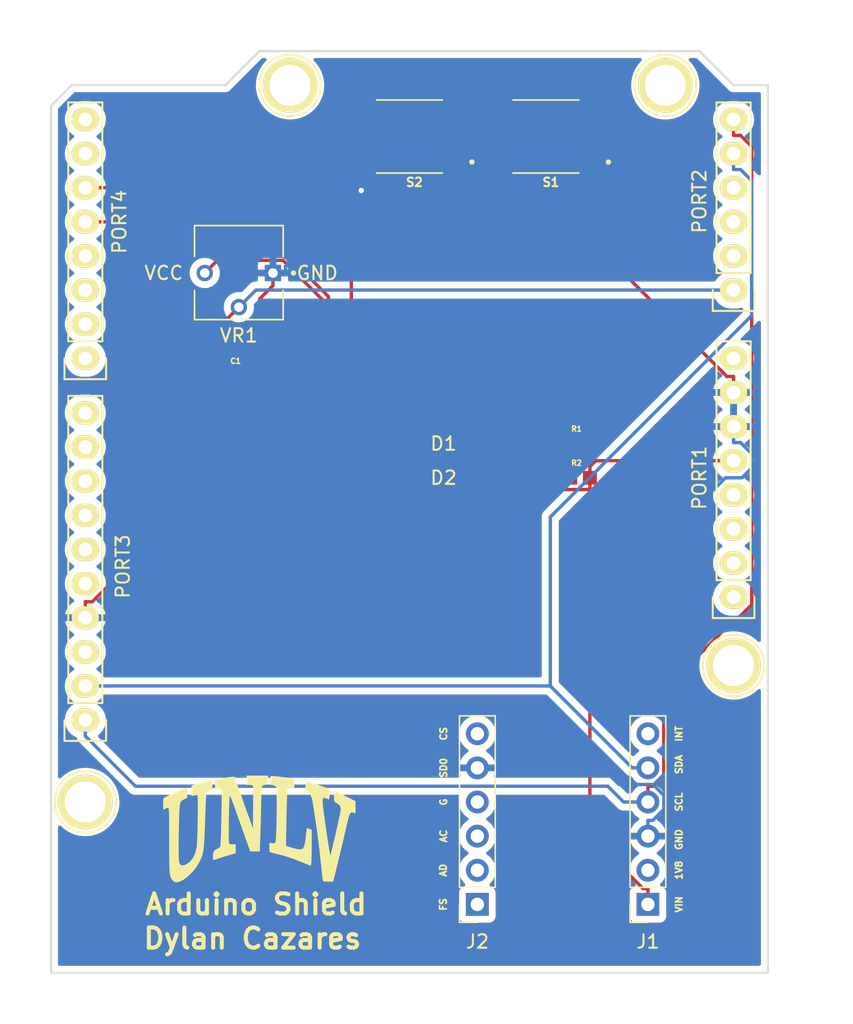
<source format=kicad_pcb>
(kicad_pcb (version 20211014) (generator pcbnew)
  (title_block (date "lun. 30 mars 2015"))
  (layers (0 "F.Cu" signal) (31 "B.Cu" signal) (34 "B.Paste" user) (35 "F.Paste" user) (36 "B.SilkS" user "B.Silkscreen") (37 "F.SilkS" user "F.Silkscreen") (38 "B.Mask" user) (39 "F.Mask" user) (44 "Edge.Cuts" user))
  (net 0 "")
  (net 1 "+5V")
  (net 2 "GND")
  (net 3 "/A0")
  (net 4 "/A4(SDA)")
  (net 5 "/A5(SCL)")
  (net 6 "/3(**)")
  (net 7 "/2")
  (net 8 "Net-(D1-Pad2)")
  (net 9 "Net-(D2-Pad2)")
  (net 21 "/Vin")
  (net 22 "/Reset")
  (net 23 "/IOREF")
  (net 24 "/AREF")
  (net 25 "/A3")
  (net 26 "/A2")
  (net 27 "/A1")
  (net 28 "/9(**)")
  (net 29 "/8")
  (net 30 "/7")
  (net 31 "/6(**)")
  (net 32 "/5(**)")
  (net 33 "/4")
  (net 34 "/13(SCK)")
  (net 35 "/12(MISO)")
  (net 36 "/11(**{slash}MOSI)")
  (net 37 "/10(**{slash}SS)")
  (net 38 "/1(Tx)")
  (net 39 "/0(Rx)")
  (net 40 "+3V3")
  (footprint "Socket_Arduino_Uno:Socket_Strip_Arduino_1x08" (layer "F.Cu") (at 180.848 109.855 90)
    (fp_text reference "PORT1" (at 8.89 -2.54 90) (layer "F.SilkS"))
    (fp_text value "Power")
    (fp_line (start 19.05 1.27) (end 19.05 -1.27) (layer "F.SilkS") (width 0.15))
    (fp_line (start 1.27 1.27) (end 19.05 1.27) (layer "F.SilkS") (width 0.15))
    (fp_line (start 19.05 -1.27) (end 1.27 -1.27) (layer "F.SilkS") (width 0.15))
    (fp_line (start 0 -1.55) (end -1.55 -1.55) (layer "F.SilkS") (width 0.15))
    (fp_line (start -1.55 -1.55) (end -1.55 1.55) (layer "F.SilkS") (width 0.15))
    (fp_line (start -1.55 1.55) (end 0 1.55) (layer "F.SilkS") (width 0.15))
    (fp_line (start 1.27 1.27) (end 1.27 -1.27) (layer "F.SilkS") (width 0.15))
    (pad "1" thru_hole oval locked (at 0 0 90) (size 1.7272 2.032) (drill 1.016) (layers *.Cu *.Mask "F.SilkS"))
    (pad "2" thru_hole oval locked (at 2.54 0 90) (size 1.7272 2.032) (drill 1.016) (layers *.Cu *.Mask "F.SilkS") (net 23 "/IOREF"))
    (pad "3" thru_hole oval locked (at 5.08 0 90) (size 1.7272 2.032) (drill 1.016) (layers *.Cu *.Mask "F.SilkS") (net 22 "/Reset"))
    (pad "4" thru_hole oval locked (at 7.62 0 90) (size 1.7272 2.032) (drill 1.016) (layers *.Cu *.Mask "F.SilkS") (net 40 "+3V3"))
    (pad "5" thru_hole oval locked (at 10.16 0 90) (size 1.7272 2.032) (drill 1.016) (layers *.Cu *.Mask "F.SilkS") (net 1 "+5V"))
    (pad "6" thru_hole oval locked (at 12.7 0 90) (size 1.7272 2.032) (drill 1.016) (layers *.Cu *.Mask "F.SilkS") (net 2 "GND"))
    (pad "7" thru_hole oval locked (at 15.24 0 90) (size 1.7272 2.032) (drill 1.016) (layers *.Cu *.Mask "F.SilkS") (net 2 "GND"))
    (pad "8" thru_hole oval locked (at 17.78 0 90) (size 1.7272 2.032) (drill 1.016) (layers *.Cu *.Mask "F.SilkS") (net 21 "/Vin"))
  )
  (footprint "Socket_Arduino_Uno:Socket_Strip_Arduino_1x06" (layer "F.Cu") (at 180.848 86.995 90)
    (fp_text reference "PORT2" (at 6.604 -2.54 90) (layer "F.SilkS"))
    (fp_text value "Analog")
    (fp_line (start 1.27 1.27) (end 1.27 -1.27) (layer "F.SilkS") (width 0.15))
    (fp_line (start 0 -1.55) (end -1.55 -1.55) (layer "F.SilkS") (width 0.15))
    (fp_line (start 13.97 -1.27) (end 1.27 -1.27) (layer "F.SilkS") (width 0.15))
    (fp_line (start 1.27 1.27) (end 13.97 1.27) (layer "F.SilkS") (width 0.15))
    (fp_line (start 13.97 1.27) (end 13.97 -1.27) (layer "F.SilkS") (width 0.15))
    (fp_line (start -1.55 -1.55) (end -1.55 1.55) (layer "F.SilkS") (width 0.15))
    (fp_line (start -1.55 1.55) (end 0 1.55) (layer "F.SilkS") (width 0.15))
    (pad "1" thru_hole oval locked (at 0 0 90) (size 1.7272 2.032) (drill 1.016) (layers *.Cu *.Mask "F.SilkS") (net 3 "/A0"))
    (pad "2" thru_hole oval locked (at 2.54 0 90) (size 1.7272 2.032) (drill 1.016) (layers *.Cu *.Mask "F.SilkS") (net 27 "/A1"))
    (pad "3" thru_hole oval locked (at 5.08 0 90) (size 1.7272 2.032) (drill 1.016) (layers *.Cu *.Mask "F.SilkS") (net 26 "/A2"))
    (pad "4" thru_hole oval locked (at 7.62 0 90) (size 1.7272 2.032) (drill 1.016) (layers *.Cu *.Mask "F.SilkS") (net 25 "/A3"))
    (pad "5" thru_hole oval locked (at 10.16 0 90) (size 1.7272 2.032) (drill 1.016) (layers *.Cu *.Mask "F.SilkS") (net 4 "/A4(SDA)"))
    (pad "6" thru_hole oval locked (at 12.7 0 90) (size 1.7272 2.032) (drill 1.016) (layers *.Cu *.Mask "F.SilkS") (net 5 "/A5(SCL)"))
  )
  (footprint "Socket_Arduino_Uno:Socket_Strip_Arduino_1x10" (layer "F.Cu") (at 132.588 118.999 90)
    (fp_text reference "PORT3" (at 11.43 2.794 90) (layer "F.SilkS"))
    (fp_text value "Digital")
    (fp_line (start -1.55 -1.55) (end -1.55 1.55) (layer "F.SilkS") (width 0.15))
    (fp_line (start 1.27 1.27) (end 24.13 1.27) (layer "F.SilkS") (width 0.15))
    (fp_line (start 24.13 1.27) (end 24.13 -1.27) (layer "F.SilkS") (width 0.15))
    (fp_line (start 24.13 -1.27) (end 1.27 -1.27) (layer "F.SilkS") (width 0.15))
    (fp_line (start 0 -1.55) (end -1.55 -1.55) (layer "F.SilkS") (width 0.15))
    (fp_line (start -1.55 1.55) (end 0 1.55) (layer "F.SilkS") (width 0.15))
    (fp_line (start 1.27 1.27) (end 1.27 -1.27) (layer "F.SilkS") (width 0.15))
    (pad "1" thru_hole oval locked (at 0 0 90) (size 1.7272 2.032) (drill 1.016) (layers *.Cu *.Mask "F.SilkS") (net 5 "/A5(SCL)"))
    (pad "2" thru_hole oval locked (at 2.54 0 90) (size 1.7272 2.032) (drill 1.016) (layers *.Cu *.Mask "F.SilkS") (net 4 "/A4(SDA)"))
    (pad "3" thru_hole oval locked (at 5.08 0 90) (size 1.7272 2.032) (drill 1.016) (layers *.Cu *.Mask "F.SilkS") (net 24 "/AREF"))
    (pad "4" thru_hole oval locked (at 7.62 0 90) (size 1.7272 2.032) (drill 1.016) (layers *.Cu *.Mask "F.SilkS") (net 2 "GND"))
    (pad "5" thru_hole oval locked (at 10.16 0 90) (size 1.7272 2.032) (drill 1.016) (layers *.Cu *.Mask "F.SilkS") (net 34 "/13(SCK)"))
    (pad "6" thru_hole oval locked (at 12.7 0 90) (size 1.7272 2.032) (drill 1.016) (layers *.Cu *.Mask "F.SilkS") (net 35 "/12(MISO)"))
    (pad "7" thru_hole oval locked (at 15.24 0 90) (size 1.7272 2.032) (drill 1.016) (layers *.Cu *.Mask "F.SilkS") (net 36 "/11(**{slash}MOSI)"))
    (pad "8" thru_hole oval locked (at 17.78 0 90) (size 1.7272 2.032) (drill 1.016) (layers *.Cu *.Mask "F.SilkS") (net 37 "/10(**{slash}SS)"))
    (pad "9" thru_hole oval locked (at 20.32 0 90) (size 1.7272 2.032) (drill 1.016) (layers *.Cu *.Mask "F.SilkS") (net 28 "/9(**)"))
    (pad "10" thru_hole oval locked (at 22.86 0 90) (size 1.7272 2.032) (drill 1.016) (layers *.Cu *.Mask "F.SilkS") (net 29 "/8"))
  )
  (footprint "Socket_Arduino_Uno:Socket_Strip_Arduino_1x08" (layer "F.Cu") (at 132.588 92.075 90)
    (fp_text reference "PORT4" (at 10.16 2.54 90) (layer "F.SilkS"))
    (fp_text value "Digital")
    (fp_line (start 19.05 -1.27) (end 1.27 -1.27) (layer "F.SilkS") (width 0.15))
    (fp_line (start -1.55 1.55) (end 0 1.55) (layer "F.SilkS") (width 0.15))
    (fp_line (start 1.27 1.27) (end 19.05 1.27) (layer "F.SilkS") (width 0.15))
    (fp_line (start 1.27 1.27) (end 1.27 -1.27) (layer "F.SilkS") (width 0.15))
    (fp_line (start 0 -1.55) (end -1.55 -1.55) (layer "F.SilkS") (width 0.15))
    (fp_line (start 19.05 1.27) (end 19.05 -1.27) (layer "F.SilkS") (width 0.15))
    (fp_line (start -1.55 -1.55) (end -1.55 1.55) (layer "F.SilkS") (width 0.15))
    (pad "1" thru_hole oval locked (at 0 0 90) (size 1.7272 2.032) (drill 1.016) (layers *.Cu *.Mask "F.SilkS") (net 30 "/7"))
    (pad "2" thru_hole oval locked (at 2.54 0 90) (size 1.7272 2.032) (drill 1.016) (layers *.Cu *.Mask "F.SilkS") (net 31 "/6(**)"))
    (pad "3" thru_hole oval locked (at 5.08 0 90) (size 1.7272 2.032) (drill 1.016) (layers *.Cu *.Mask "F.SilkS") (net 32 "/5(**)"))
    (pad "4" thru_hole oval locked (at 7.62 0 90) (size 1.7272 2.032) (drill 1.016) (layers *.Cu *.Mask "F.SilkS") (net 33 "/4"))
    (pad "5" thru_hole oval locked (at 10.16 0 90) (size 1.7272 2.032) (drill 1.016) (layers *.Cu *.Mask "F.SilkS") (net 6 "/3(**)"))
    (pad "6" thru_hole oval locked (at 12.7 0 90) (size 1.7272 2.032) (drill 1.016) (layers *.Cu *.Mask "F.SilkS") (net 7 "/2"))
    (pad "7" thru_hole oval locked (at 15.24 0 90) (size 1.7272 2.032) (drill 1.016) (layers *.Cu *.Mask "F.SilkS") (net 38 "/1(Tx)"))
    (pad "8" thru_hole oval locked (at 17.78 0 90) (size 1.7272 2.032) (drill 1.016) (layers *.Cu *.Mask "F.SilkS") (net 39 "/0(Rx)"))
  )
  (footprint "Socket_Arduino_Uno:Arduino_1pin" (layer "F.Cu") (at 180.848 114.935 90)
    (fp_text reference "P5" hide)
    (fp_text value "CONN_01X01" hide)
    (fp_circle (center 0 0) (end 0 -2.286) (layer "F.SilkS") (width 0.15) (fill none))
    (pad "1" thru_hole circle locked (at 0 0 90) (size 4.064 4.064) (drill 3.048) (layers *.Cu *.Mask "F.SilkS"))
  )
  (footprint "Socket_Arduino_Uno:Arduino_1pin" (layer "F.Cu") (at 175.768 71.755 90)
    (fp_text reference "P6" hide)
    (fp_text value "CONN_01X01" hide)
    (fp_circle (center 0 0) (end 0 -2.286) (layer "F.SilkS") (width 0.15) (fill none))
    (pad "1" thru_hole circle locked (at 0 0 90) (size 4.064 4.064) (drill 3.048) (layers *.Cu *.Mask "F.SilkS"))
  )
  (footprint "Socket_Arduino_Uno:Arduino_1pin" (layer "F.Cu") (at 132.588 125.095 90)
    (fp_text reference "P7" hide)
    (fp_text value "CONN_01X01" hide)
    (fp_circle (center 0 0) (end 0 -2.286) (layer "F.SilkS") (width 0.15) (fill none))
    (pad "1" thru_hole circle locked (at 0 0 90) (size 4.064 4.064) (drill 3.048) (layers *.Cu *.Mask "F.SilkS"))
  )
  (footprint "Socket_Arduino_Uno:Arduino_1pin" (layer "F.Cu") (at 147.828 71.755 90)
    (fp_text reference "P8" hide)
    (fp_text value "CONN_01X01" hide)
    (fp_circle (center 0 0) (end 0 -2.286) (layer "F.SilkS") (width 0.15) (fill none))
    (pad "1" thru_hole circle locked (at 0 0 90) (size 4.064 4.064) (drill 3.048) (layers *.Cu *.Mask "F.SilkS"))
  )
  (footprint "Footprints:TRIM_3362P-1-103LF" (layer "F.Cu") (at 144.018 85.725 180)
    (fp_text reference "VR1" (at 0 -4.64779) (layer "F.SilkS") (effects (font (size 1.002756 1.002756))))
    (fp_text value "3362P-1-103LF")
    (fp_line (start -3.3 -1.305) (end -3.3 -3.47) (layer "F.SilkS") (width 0.127))
    (fp_line (start 3.3 3.53) (end -3.3 3.53) (layer "F.SilkS") (width 0.127))
    (fp_line (start 3.3 1.235) (end 3.3 3.52) (layer "F.SilkS") (width 0.127))
    (fp_line (start -3.3 -3.47) (end 3.3 -3.47) (layer "F.SilkS") (width 0.127))
    (fp_line (start -3.3 3.52) (end -3.3 1.235) (layer "F.SilkS") (width 0.127))
    (fp_line (start 3.3 -3.47) (end 3.3 -1.305) (layer "F.SilkS") (width 0.127))
    (fp_circle (center -4.064 0) (end -3.964 0) (layer "F.SilkS") (width 0.2) (fill none))
    (pad "1" thru_hole rect locked (at -2.54 0 180) (size 1.222 1.222) (drill 0.714) (layers *.Cu *.Mask) (net 2 "GND"))
    (pad "2" thru_hole circle locked (at 0 -2.54 180) (size 1.222 1.222) (drill 0.714) (layers *.Cu *.Mask) (net 3 "/A0"))
    (pad "3" thru_hole circle locked (at 2.54 0 180) (size 1.222 1.222) (drill 0.714) (layers *.Cu *.Mask) (net 1 "+5V"))
  )
  (footprint "Footprints:CAPC1608X90N" (layer "F.Cu") (at 144.018 93.345)
    (fp_text reference "C1" (at -0.24 -1.07) (layer "F.SilkS") (effects (font (size 0.393701 0.393701))))
    (fp_text value "0.1uF")
    (pad "1" smd rect locked (at -0.775 0) (size 0.92 0.97) (layers "F.Cu" "F.Paste" "F.Mask") (net 3 "/A0"))
    (pad "2" smd rect locked (at 0.775 0) (size 0.92 0.97) (layers "F.Cu" "F.Paste" "F.Mask") (net 2 "GND"))
  )
  (footprint "Footprints:RESC1607X60N" (layer "F.Cu") (at 169.418 98.425)
    (fp_text reference "R1" (at -0.26 -1.1) (layer "F.SilkS") (effects (font (size 0.393701 0.393701))))
    (fp_text value "RC0603JR-071KL")
    (pad "1" smd rect locked (at -0.735 0) (size 1.04 1.02) (layers "F.Cu" "F.Paste" "F.Mask") (net 8 "Net-(D1-Pad2)"))
    (pad "2" smd rect locked (at 0.735 0) (size 1.04 1.02) (layers "F.Cu" "F.Paste" "F.Mask") (net 1 "+5V"))
  )
  (footprint "Footprints:0603" (layer "F.Cu") (at 161.798 100.965)
    (fp_text reference "D2" (at -2.54 0) (layer "F.SilkS") (effects (font (size 1.002465 1.002465))))
    (fp_text value "LTST-C193TGKT-5A")
    (pad "1" smd rect locked (at -0.85 0) (size 1.1 1) (layers "F.Cu" "F.Paste" "F.Mask") (net 6 "/3(**)"))
    (pad "2" smd rect locked (at 0.85 0) (size 1.1 1) (layers "F.Cu" "F.Paste" "F.Mask") (net 9 "Net-(D2-Pad2)"))
  )
  (footprint "Connector_PinSocket_2.54mm:PinSocket_1x06_P2.54mm_Vertical" (layer "F.Cu") (at 161.773 132.715 180)
    (fp_text reference "J2" (at 0 -2.77) (layer "F.SilkS"))
    (fp_text value "Conn_01x06_Female")
    (fp_line (start 1.33 -1.33) (end 1.33 0) (layer "F.SilkS") (width 0.12))
    (fp_line (start -1.33 14.03) (end 1.33 14.03) (layer "F.SilkS") (width 0.12))
    (fp_line (start 0 -1.33) (end 1.33 -1.33) (layer "F.SilkS") (width 0.12))
    (fp_line (start -1.33 1.27) (end -1.33 14.03) (layer "F.SilkS") (width 0.12))
    (fp_line (start -1.33 1.27) (end 1.33 1.27) (layer "F.SilkS") (width 0.12))
    (fp_line (start 1.33 1.27) (end 1.33 14.03) (layer "F.SilkS") (width 0.12))
    (pad "1" thru_hole rect (at 0 0 180) (size 1.7 1.7) (drill 1) (layers *.Cu *.Mask))
    (pad "2" thru_hole oval (at 0 2.54 180) (size 1.7 1.7) (drill 1) (layers *.Cu *.Mask))
    (pad "3" thru_hole oval (at 0 5.08 180) (size 1.7 1.7) (drill 1) (layers *.Cu *.Mask))
    (pad "4" thru_hole oval (at 0 7.62 180) (size 1.7 1.7) (drill 1) (layers *.Cu *.Mask))
    (pad "5" thru_hole oval (at 0 10.16 180) (size 1.7 1.7) (drill 1) (layers *.Cu *.Mask) (net 2 "GND"))
    (pad "6" thru_hole oval (at 0 12.7 180) (size 1.7 1.7) (drill 1) (layers *.Cu *.Mask))
  )
  (footprint "unlv_logo:unlv_logo_1" (layer "F.Cu") (at 145.542 127.127)
    (fp_text reference "G***" hide)
    (fp_text value "LOGO" hide)
    (fp_poly (pts (xy 0.641047 -3.6625) (xy 0.626233 -3.325) (xy 0.435918 -3.309337) (xy 0.291288 -3.279209) (xy 0.215812 -3.209761) (xy 0.204404 -3.184337) (xy 0.192968 -3.108003) (xy 0.180602 -2.945117) (xy 0.167918 -2.709113) (xy 0.155524 -2.413426) (xy 0.144032 -2.071492) (xy 0.13405 -1.696746) (xy 0.131336 -1.575) (xy 0.121689 -1.142334) (xy 0.110858 -0.692853) (xy 0.099468 -0.250181) (xy 0.088148 0.162059) (xy 0.077522 0.520241) (xy 0.068693 0.7875) (xy 0.037918 1.65) (xy -0.319206 1.64942) (xy -0.676331 1.64884) (xy -1.019907 0.68692) (xy -1.14447 0.337738) (xy -1.290956 -0.073602) (xy -1.447933 -0.514961) (xy -1.603971 -0.954198) (xy -1.747642 -1.359173) (xy -1.769155 -1.419876) (xy -1.901625 -1.789636) (xy -2.006091 -2.071225) (xy -2.085511 -2.27158) (xy -2.142845 -2.397636) (xy -2.181054 -2.456327) (xy -2.203097 -2.454589) (xy -2.206603 -2.444876) (xy -2.216872 -2.358651) (xy -2.22698 -2.187564) (xy -2.236694 -1.946755) (xy -2.245781 -1.651362) (xy -2.254008 -1.316523) (xy -2.261143 -0.957379) (xy -2.266951 -0.589066) (xy -2.2712 -0.226725) (xy -2.273657 0.114506) (xy -2.274088 0.419489) (xy -2.272261 0.673085) (xy -2.267942 0.860155) (xy -2.260899 0.96556) (xy -2.259257 0.975) (xy -2.231963 1.065711) (xy -2.182594 1.10835) (xy -2.080699 1.118958) (xy -1.989863 1.116904) (xy -1.753451 1.108809) (xy -1.753451 1.789044) (xy -2.166765 1.900345) (xy -2.428775 1.975485) (xy -2.722047 2.066493) (xy -2.984084 2.153959) (xy -2.989382 2.155822) (xy -3.17709 2.220835) (xy -3.3268 2.270616) (xy -3.415006 2.297434) (xy -3.427745 2.3) (xy -3.446305 2.25579) (xy -3.455879 2.146181) (xy -3.456253 2.1125) (xy -3.448047 1.870149) (xy -3.418532 1.705063) (xy -3.357815 1.595156) (xy -3.256005 1.518343) (xy -3.17281 1.479666) (xy -3.00817 1.388841) (xy -2.911539 1.286907) (xy -2.903958 1.270376) (xy -2.893504 1.196258) (xy -2.882221 1.033389) (xy -2.87052 0.793009) (xy -2.858812 0.486358) (xy -2.84751 0.124678) (xy -2.837023 -0.280791) (xy -2.827764 -0.718808) (xy -2.82446 -0.902717) (xy -2.815403 -1.425839) (xy -2.808524 -1.857497) (xy -2.805015 -2.206224) (xy -2.806071 -2.48055) (xy -2.812886 -2.689007) (xy -2.826655 -2.840128) (xy -2.848571 -2.942444) (xy -2.879829 -3.004486) (xy -2.921623 -3.034787) (xy -2.975147 -3.041877) (xy -3.041596 -3.034289) (xy -3.12093 -3.02075) (xy -3.311091 -2.990438) (xy -3.281459 -3.725) (xy -2.780473 -3.808536) (xy -2.539675 -3.846674) (xy -2.310222 -3.879535) (xy -2.126782 -3.902299) (xy -2.061206 -3.908536) (xy -1.842925 -3.925) (xy -1.555731 -3.1) (xy -1.448086 -2.792648) (xy -1.316965 -2.421202) (xy -1.172997 -2.015598) (xy -1.026811 -1.605769) (xy -0.889035 -1.221651) (xy -0.872237 -1.175) (xy -0.475936 -0.075) (xy -0.46267 -1.624513) (xy -0.460141 -2.010296) (xy -0.459295 -2.365075) (xy -0.460045 -2.676164) (xy -0.462307 -2.930882) (xy -0.465992 -3.116543) (xy -0.471016 -3.220465) (xy -0.473623 -3.237013) (xy -0.538118 -3.278434) (xy -0.676477 -3.298891) (xy -0.724857 -3.3) (xy -0.951873 -3.3) (xy -0.951873 -4) (xy 0.65586 -4)) (layer "F.SilkS") (width 0) (fill solid))
    (fp_poly (pts (xy 1.048731 -3.959494) (xy 1.252423 -3.942031) (xy 1.504117 -3.917244) (xy 1.78667 -3.886804) (xy 2.082939 -3.852379) (xy 2.317062 -3.823253) (xy 2.605129 -3.786232) (xy 2.605129 -3.062284) (xy 2.380871 -3.087512) (xy 2.239612 -3.097611) (xy 2.163876 -3.077941) (xy 2.120498 -3.016003) (xy 2.107811 -2.984631) (xy 2.096358 -2.907854) (xy 2.084139 -2.742456) (xy 2.071594 -2.499808) (xy 2.059163 -2.191283) (xy 2.047287 -1.828251) (xy 2.036405 -1.422085) (xy 2.026957 -0.984156) (xy 2.023903 -0.815762) (xy 1.988798 1.225) (xy 2.414678 1.365966) (xy 2.675457 1.441365) (xy 2.89694 1.484297) (xy 3.03596 1.490966) (xy 3.175592 1.465289) (xy 3.261071 1.397417) (xy 3.317083 1.3) (xy 3.359631 1.170979) (xy 3.402738 0.96652) (xy 3.441797 0.711047) (xy 3.463256 0.525) (xy 3.487482 0.292047) (xy 3.509029 0.098618) (xy 3.525583 -0.035435) (xy 3.534833 -0.090259) (xy 3.534941 -0.09043) (xy 3.583252 -0.083029) (xy 3.689695 -0.045583) (xy 3.726933 -0.030481) (xy 3.907693 0.044897) (xy 3.903979 1.184948) (xy 3.901426 1.525586) (xy 3.896347 1.843986) (xy 3.889234 2.122625) (xy 3.880576 2.343982) (xy 3.870865 2.490535) (xy 3.866405 2.526681) (xy 3.832545 2.728363) (xy 3.331559 2.511394) (xy 2.5716 2.211387) (xy 1.773355 1.955227) (xy 0.907761 1.733607) (xy 0.889251 1.729393) (xy 0.817183 1.707991) (xy 0.775989 1.668951) (xy 0.757045 1.588428) (xy 0.751726 1.442573) (xy 0.75148 1.348456) (xy 0.75148 0.998818) (xy 0.947094 1.030036) (xy 1.081889 1.042044) (xy 1.156926 1.014773) (xy 1.197886 0.958355) (xy 1.214842 0.878873) (xy 1.230693 0.714288) (xy 1.24526 0.477783) (xy 1.258364 0.182537) (xy 1.269826 -0.158269) (xy 1.279467 -0.531452) (xy 1.287107 -0.923832) (xy 1.292567 -1.322228) (xy 1.295669 -1.71346) (xy 1.296232 -2.084345) (xy 1.294077 -2.421702) (xy 1.289025 -2.712352) (xy 1.280898 -2.943112) (xy 1.269515 -3.100802) (xy 1.254698 -3.17224) (xy 1.254063 -3.173079) (xy 1.164628 -3.231) (xy 1.024924 -3.276154) (xy 0.990093 -3.282696) (xy 0.790831 -3.314497) (xy 0.810981 -3.630329) (xy 0.824761 -3.797009) (xy 0.840725 -3.918636) (xy 0.853929 -3.965769) (xy 0.910185 -3.967964)) (layer "F.SilkS") (width 0) (fill solid))
    (fp_poly (pts (xy 3.524136 -3.57276) (xy 3.648914 -3.535996) (xy 3.831987 -3.478628) (xy 4.055153 -3.406694) (xy 4.300211 -3.326234) (xy 4.54896 -3.243286) (xy 4.783201 -3.163887) (xy 4.984732 -3.094077) (xy 5.135352 -3.039894) (xy 5.216861 -3.007376) (xy 5.22553 -3.002392) (xy 5.240661 -2.937565) (xy 5.243751 -2.800885) (xy 5.234395 -2.61982) (xy 5.231619 -2.587493) (xy 5.197387 -2.21047) (xy 5.022629 -2.283345) (xy 4.876388 -2.334341) (xy 4.782004 -2.333658) (xy 4.730847 -2.269776) (xy 4.714288 -2.131175) (xy 4.723696 -1.906335) (xy 4.725164 -1.886254) (xy 4.739723 -1.736808) (xy 4.765739 -1.517434) (xy 4.801333 -1.240861) (xy 4.844625 -0.91982) (xy 4.893736 -0.567043) (xy 4.946784 -0.19526) (xy 5.001891 0.182798) (xy 5.057175 0.554399) (xy 5.110758 0.906813) (xy 5.160759 1.227309) (xy 5.205297 1.503156) (xy 5.242494 1.721623) (xy 5.270469 1.869979) (xy 5.287342 1.935493) (xy 5.289794 1.937286) (xy 5.306098 1.885169) (xy 5.341287 1.749742) (xy 5.391998 1.545196) (xy 5.454868 1.285723) (xy 5.526535 0.985517) (xy 5.603635 0.65877) (xy 5.682806 0.319674) (xy 5.760685 -0.017577) (xy 5.833909 -0.338792) (xy 5.899116 -0.629777) (xy 5.914014 -0.697242) (xy 5.968946 -0.958769) (xy 6.014638 -1.198942) (xy 6.046889 -1.393972) (xy 6.061498 -1.520073) (xy 6.061933 -1.534742) (xy 6.022336 -1.707827) (xy 5.898068 -1.856193) (xy 5.713907 -1.973625) (xy 5.637885 -2.016888) (xy 5.592447 -2.066097) (xy 5.569725 -2.145829) (xy 5.561849 -2.280658) (xy 5.560947 -2.451285) (xy 5.567353 -2.664651) (xy 5.585549 -2.801369) (xy 5.614007 -2.849998) (xy 5.614262 -2.850001) (xy 5.674768 -2.828375) (xy 5.808398 -2.768522) (xy 5.999188 -2.677976) (xy 6.231171 -2.56427) (xy 6.41584 -2.471737) (xy 7.164103 -2.093473) (xy 7.164103 -1.619978) (xy 7.162979 -1.401142) (xy 7.157075 -1.265781) (xy 7.142595 -1.197371) (xy 7.115743 -1.179391) (xy 7.072722 -1.19532) (xy 7.067199 -1.198241) (xy 6.970683 -1.242978) (xy 6.890448 -1.257625) (xy 6.82172 -1.233092) (xy 6.759726 -1.160288) (xy 6.69969 -1.030123) (xy 6.636838 -0.833504) (xy 6.566397 -0.561342) (xy 6.483592 -0.204544) (xy 6.437931 0) (xy 6.37757 0.266757) (xy 6.29821 0.609121) (xy 6.204934 1.005632) (xy 6.102825 1.434828) (xy 5.996964 1.875247) (xy 5.892434 2.305428) (xy 5.878468 2.3625) (xy 5.50189 3.9) (xy 5.129057 3.9) (xy 4.903534 3.892038) (xy 4.772838 3.867717) (xy 4.734251 3.8375) (xy 4.722586 3.770497) (xy 4.702878 3.620109) (xy 4.67703 3.402457) (xy 4.646944 3.133662) (xy 4.614525 2.829843) (xy 4.608828 2.775) (xy 4.50708 1.83267) (xy 4.402312 0.95059) (xy 4.289593 0.091629) (xy 4.163996 -0.781348) (xy 4.02059 -1.705472) (xy 3.983324 -1.936842) (xy 3.914931 -2.270339) (xy 3.829677 -2.515859) (xy 3.722063 -2.684781) (xy 3.586591 -2.788482) (xy 3.567471 -2.797405) (xy 3.402595 -2.86981) (xy 3.436222 -3.222405) (xy 3.453531 -3.396733) (xy 3.467585 -3.525257) (xy 3.475549 -3.582176) (xy 3.475852 -3.582882)) (layer "F.SilkS") (width 0) (fill solid))
    (fp_poly (pts (xy -3.488074 -3.655772) (xy -3.48305 -3.593829) (xy -3.48562 -3.460917) (xy -3.495227 -3.285739) (xy -3.495299 -3.284694) (xy -3.509836 -3.104398) (xy -3.531352 -2.996879) (xy -3.573727 -2.935151) (xy -3.650839 -2.892226) (xy -3.709447 -2.868308) (xy -3.839379 -2.800352) (xy -3.925325 -2.726103) (xy -3.935759 -2.708615) (xy -3.945141 -2.641639) (xy -3.956783 -2.485876) (xy -3.970153 -2.252504) (xy -3.984722 -1.952698) (xy -3.999956 -1.597633) (xy -4.015324 -1.198486) (xy -4.030295 -0.766431) (xy -4.034853 -0.625) (xy -4.053618 -0.060141) (xy -4.072182 0.41573) (xy -4.092152 0.813608) (xy -4.115136 1.144488) (xy -4.142738 1.419365) (xy -4.176567 1.649235) (xy -4.218228 1.845092) (xy -4.269329 2.017931) (xy -4.331476 2.178749) (xy -4.406276 2.338541) (xy -4.491734 2.501651) (xy -4.683823 2.80869) (xy -4.916657 3.104912) (xy -5.17488 3.376493) (xy -5.443137 3.609607) (xy -5.706075 3.790431) (xy -5.948339 3.905139) (xy -6.086604 3.937601) (xy -6.23621 3.944642) (xy -6.335718 3.912593) (xy -6.432395 3.825953) (xy -6.434712 3.823463) (xy -6.495248 3.754262) (xy -6.546331 3.68199) (xy -6.588762 3.597939) (xy -6.62334 3.493403) (xy -6.650864 3.359673) (xy -6.672135 3.188043) (xy -6.687951 2.969805) (xy -6.699113 2.696252) (xy -6.70642 2.358677) (xy -6.710672 1.948371) (xy -6.712669 1.456629) (xy -6.71321 0.874742) (xy -6.713215 0.790924) (xy -6.71337 0.239873) (xy -6.714048 -0.219492) (xy -6.715562 -0.595484) (xy -6.718229 -0.896415) (xy -6.722362 -1.130599) (xy -6.728278 -1.306349) (xy -6.73629 -1.431978) (xy -6.746715 -1.515799) (xy -6.759867 -1.566126) (xy -6.776062 -1.591272) (xy -6.795615 -1.599549) (xy -6.803836 -1.600001) (xy -6.914813 -1.570769) (xy -6.991706 -1.526591) (xy -7.081107 -1.469038) (xy -7.126528 -1.451591) (xy -7.143613 -1.496967) (xy -7.156635 -1.61932) (xy -7.163523 -1.795645) (xy -7.164102 -1.868878) (xy -7.158176 -2.102729) (xy -7.138787 -2.253023) (xy -7.103522 -2.335596) (xy -7.091009 -2.348299) (xy -7.019775 -2.390393) (xy -6.877586 -2.46213) (xy -6.683062 -2.555126) (xy -6.45482 -2.660997) (xy -6.211476 -2.771358) (xy -5.971649 -2.877826) (xy -5.753955 -2.972015) (xy -5.577013 -3.045542) (xy -5.45944 -3.090022) (xy -5.423175 -3.099398) (xy -5.387984 -3.064247) (xy -5.367698 -2.951145) (xy -5.360602 -2.74987) (xy -5.360552 -2.726017) (xy -5.360552 -2.352033) (xy -5.548422 -2.256337) (xy -5.665583 -2.195217) (xy -5.756221 -2.13718) (xy -5.82419 -2.068947) (xy -5.873344 -1.977241) (xy -5.907535 -1.848782) (xy -5.930619 -1.670293) (xy -5.946448 -1.428495) (xy -5.958876 -1.110109) (xy -5.968403 -0.809205) (xy -5.985524 -0.19587) (xy -5.997588 0.374266) (xy -6.00462 0.893548) (xy -6.006649 1.354319) (xy -6.003701 1.748925) (xy -5.995804 2.069709) (xy -5.982984 2.309015) (xy -5.965269 2.459188) (xy -5.956729 2.49284) (xy -5.868717 2.634443) (xy -5.733415 2.688834) (xy -5.54978 2.656222) (xy -5.424196 2.599375) (xy -5.148268 2.397489) (xy -4.927503 2.116161) (xy -4.765742 1.761832) (xy -4.666824 1.340947) (xy -4.664535 1.325) (xy -4.649764 1.176181) (xy -4.63582 0.953747) (xy -4.622911 0.671317) (xy -4.611249 0.342509) (xy -4.601041 -0.019059) (xy -4.592497 -0.39977) (xy -4.585827 -0.786005) (xy -4.581241 -1.164146) (xy -4.578947 -1.520575) (xy -4.579155 -1.841673) (xy -4.582075 -2.113823) (xy -4.587917 -2.323407) (xy -4.596889 -2.456807) (xy -4.605724 -2.498555) (xy -4.655632 -2.541874) (xy -4.741952 -2.543947) (xy -4.856843 -2.518002) (xy -5.05996 -2.463894) (xy -5.05996 -3.241964) (xy -4.821992 -3.319313) (xy -4.607711 -3.385631) (xy -4.369159 -3.454117) (xy -4.12574 -3.519876) (xy -3.896856 -3.578014) (xy -3.70191 -3.623637) (xy -3.560306 -3.651852) (xy -3.491446 -3.657763)) (layer "F.SilkS") (width 0) (fill solid))
  )
  (footprint "Footprints:0603" (layer "F.Cu") (at 161.798 98.425)
    (fp_text reference "D1" (at -2.54 0) (layer "F.SilkS") (effects (font (size 1.002465 1.002465))))
    (fp_text value "LTST-C193TGKT-5A")
    (pad "1" smd rect locked (at -0.85 0) (size 1.1 1) (layers "F.Cu" "F.Paste" "F.Mask") (net 7 "/2"))
    (pad "2" smd rect locked (at 0.85 0) (size 1.1 1) (layers "F.Cu" "F.Paste" "F.Mask") (net 8 "Net-(D1-Pad2)"))
  )
  (footprint "Footprints:RESC1607X60N" (layer "F.Cu") (at 169.418 100.965)
    (fp_text reference "R2" (at -0.26 -1.1) (layer "F.SilkS") (effects (font (size 0.393701 0.393701))))
    (fp_text value "RC0603JR-071KL")
    (pad "1" smd rect locked (at -0.735 0) (size 1.04 1.02) (layers "F.Cu" "F.Paste" "F.Mask") (net 9 "Net-(D2-Pad2)"))
    (pad "2" smd rect locked (at 0.735 0) (size 1.04 1.02) (layers "F.Cu" "F.Paste" "F.Mask") (net 1 "+5V"))
  )
  (footprint "Footprints:SW_8-1437565-1" (layer "F.Cu") (at 156.718 75.565 180)
    (fp_text reference "S2" (at -0.368 -3.4064) (layer "F.SilkS") (effects (font (size 0.64 0.64))))
    (fp_text value "8-1437565-1")
    (fp_line (start 2.45 -2.72) (end -2.45 -2.72) (layer "F.SilkS") (width 0.127))
    (fp_line (start 2.45 2.72) (end -2.45 2.72) (layer "F.SilkS") (width 0.127))
    (fp_circle (center -4.65 -1.9) (end -4.55 -1.9) (layer "F.SilkS") (width 0.2) (fill none))
    (pad "1" smd rect locked (at -3.15 -1.9 180) (size 1.7 1) (layers "F.Cu" "F.Paste" "F.Mask") (net 2 "GND"))
    (pad "2" smd rect locked (at 3.15 -1.9 180) (size 1.7 1) (layers "F.Cu" "F.Paste" "F.Mask") (net 2 "GND"))
    (pad "3" smd rect locked (at -3.15 1.9 180) (size 1.7 1) (layers "F.Cu" "F.Paste" "F.Mask") (net 6 "/3(**)"))
    (pad "4" smd rect locked (at 3.15 1.9 180) (size 1.7 1) (layers "F.Cu" "F.Paste" "F.Mask") (net 6 "/3(**)"))
  )
  (footprint "Connector_PinSocket_2.54mm:PinSocket_1x06_P2.54mm_Vertical" (layer "F.Cu") (at 174.473 132.715 180)
    (fp_text reference "J1" (at 0 -2.77) (layer "F.SilkS"))
    (fp_text value "Conn_01x06_Female")
    (fp_line (start -1.33 14.03) (end 1.33 14.03) (layer "F.SilkS") (width 0.12))
    (fp_line (start -1.33 1.27) (end -1.33 14.03) (layer "F.SilkS") (width 0.12))
    (fp_line (start 1.33 1.27) (end 1.33 14.03) (layer "F.SilkS") (width 0.12))
    (fp_line (start 1.33 -1.33) (end 1.33 0) (layer "F.SilkS") (width 0.12))
    (fp_line (start 0 -1.33) (end 1.33 -1.33) (layer "F.SilkS") (width 0.12))
    (fp_line (start -1.33 1.27) (end 1.33 1.27) (layer "F.SilkS") (width 0.12))
    (pad "1" thru_hole rect (at 0 0 180) (size 1.7 1.7) (drill 1) (layers *.Cu *.Mask) (net 1 "+5V"))
    (pad "2" thru_hole oval (at 0 2.54 180) (size 1.7 1.7) (drill 1) (layers *.Cu *.Mask))
    (pad "3" thru_hole oval (at 0 5.08 180) (size 1.7 1.7) (drill 1) (layers *.Cu *.Mask) (net 2 "GND"))
    (pad "4" thru_hole oval (at 0 7.62 180) (size 1.7 1.7) (drill 1) (layers *.Cu *.Mask) (net 5 "/A5(SCL)"))
    (pad "5" thru_hole oval (at 0 10.16 180) (size 1.7 1.7) (drill 1) (layers *.Cu *.Mask) (net 4 "/A4(SDA)"))
    (pad "6" thru_hole oval (at 0 12.7 180) (size 1.7 1.7) (drill 1) (layers *.Cu *.Mask))
  )
  (footprint "Footprints:SW_8-1437565-1" (layer "F.Cu") (at 166.878 75.565 180)
    (fp_text reference "S1" (at -0.368 -3.4064) (layer "F.SilkS") (effects (font (size 0.64 0.64))))
    (fp_text value "8-1437565-1")
    (fp_line (start 2.45 2.72) (end -2.45 2.72) (layer "F.SilkS") (width 0.127))
    (fp_line (start 2.45 -2.72) (end -2.45 -2.72) (layer "F.SilkS") (width 0.127))
    (fp_circle (center -4.65 -1.9) (end -4.55 -1.9) (layer "F.SilkS") (width 0.2) (fill none))
    (pad "1" smd rect locked (at -3.15 -1.9 180) (size 1.7 1) (layers "F.Cu" "F.Paste" "F.Mask") (net 2 "GND"))
    (pad "2" smd rect locked (at 3.15 -1.9 180) (size 1.7 1) (layers "F.Cu" "F.Paste" "F.Mask") (net 2 "GND"))
    (pad "3" smd rect locked (at -3.15 1.9 180) (size 1.7 1) (layers "F.Cu" "F.Paste" "F.Mask") (net 7 "/2"))
    (pad "4" smd rect locked (at 3.15 1.9 180) (size 1.7 1) (layers "F.Cu" "F.Paste" "F.Mask") (net 7 "/2"))
  )
  (gr_line (start 145.542 69.215) (end 143.002 71.755) (layer "Edge.Cuts") (width 0.15))
  (gr_line (start 183.388 71.755) (end 180.848 71.755) (layer "Edge.Cuts") (width 0.15))
  (gr_line (start 131.572 71.755) (end 130.048 73.279) (layer "Edge.Cuts") (width 0.15))
  (gr_line (start 180.848 71.755) (end 178.308 69.215) (layer "Edge.Cuts") (width 0.15))
  (gr_line (start 130.048 137.795) (end 183.388 137.795) (layer "Edge.Cuts") (width 0.15))
  (gr_line (start 178.308 69.215) (end 145.542 69.215) (layer "Edge.Cuts") (width 0.15))
  (gr_line (start 183.388 137.795) (end 183.388 71.755) (layer "Edge.Cuts") (width 0.15))
  (gr_line (start 130.048 73.279) (end 130.048 137.795) (layer "Edge.Cuts") (width 0.15))
  (gr_line (start 143.002 71.755) (end 131.572 71.755) (layer "Edge.Cuts") (width 0.15))
  (gr_text "CS" (at 159.258 120.015 90) (layer "F.SilkS") (effects (font (size 0.5 0.5) (thickness 0.125))))
  (gr_text "GND\n" (at 149.86 85.725) (layer "F.SilkS") (effects (font (size 1.002756 1.002756))))
  (gr_text "FS" (at 159.233 132.715 90) (layer "F.SilkS") (effects (font (size 0.5 0.5) (thickness 0.125))))
  (gr_text "SD0" (at 159.258 122.555 90) (layer "F.SilkS") (effects (font (size 0.5 0.5) (thickness 0.125))))
  (gr_text "GND" (at 176.784 127.889 90) (layer "F.SilkS") (effects (font (size 0.5 0.5) (thickness 0.125))))
  (gr_text "AC" (at 159.258 127.635 90) (layer "F.SilkS") (effects (font (size 0.5 0.5) (thickness 0.125))))
  (gr_text "G" (at 159.258 125.095 90) (layer "F.SilkS") (effects (font (size 0.5 0.5) (thickness 0.125))))
  (gr_text "VCC" (at 138.43 85.725) (layer "F.SilkS") (effects (font (size 1.002756 1.002756))))
  (gr_text "VIN" (at 176.784 132.715 90) (layer "F.SilkS") (effects (font (size 0.5 0.5) (thickness 0.125))))
  (gr_text "1V8" (at 176.784 130.175 90) (layer "F.SilkS") (effects (font (size 0.5 0.5) (thickness 0.125))))
  (gr_text "SCL" (at 176.784 125.095 90) (layer "F.SilkS") (effects (font (size 0.5 0.5) (thickness 0.125))))
  (gr_text "SDA" (at 176.784 122.301 90) (layer "F.SilkS") (effects (font (size 0.5 0.5) (thickness 0.125))))
  (gr_text "AD" (at 159.233 130.175 90) (layer "F.SilkS") (effects (font (size 0.5 0.5) (thickness 0.125))))
  (gr_text "Arduino Shield\n" (at 145.288 132.715) (layer "F.SilkS") (effects (font (size 1.5 1.5) (thickness 0.3))))
  (gr_text "Dylan Cazares" (at 145.034 135.255) (layer "F.SilkS") (effects (font (size 1.5 1.5) (thickness 0.3))))
  (gr_text "INT" (at 176.784 120.015 90) (layer "F.SilkS") (effects (font (size 0.5 0.5) (thickness 0.125))))
  (segment (start 174.473 132.715) (end 174.473 131.5397) (width 0.25) (layer "F.Cu") (net 1))
  (segment (start 170.153 100.5473) (end 170.153 100.1297) (width 0.25) (layer "F.Cu") (net 1))
  (segment (start 170.153 101.842) (end 170.153 127.587) (width 0.25) (layer "F.Cu") (net 1))
  (segment (start 180.848 99.695) (end 170.5877 99.695) (width 0.25) (layer "F.Cu") (net 1))
  (segment (start 174.1057 131.5397) (end 174.473 131.5397) (width 0.25) (layer "F.Cu") (net 1))
  (segment (start 170.153 100.965) (end 170.153 101.842) (width 0.25) (layer "F.Cu") (net 1))
  (segment (start 170.5877 99.695) (end 170.153 100.1297) (width 0.25) (layer "F.Cu") (net 1))
  (segment (start 170.5877 99.695) (end 170.153 99.2603) (width 0.25) (layer "F.Cu") (net 1))
  (segment (start 142.4229 84.7801) (end 147.3088 84.7801) (width 0.25) (layer "F.Cu") (net 1))
  (segment (start 170.153 100.5473) (end 170.153 100.965) (width 0.25) (layer "F.Cu") (net 1))
  (segment (start 170.153 127.587) (end 174.1057 131.5397) (width 0.25) (layer "F.Cu") (net 1))
  (segment (start 170.153 98.425) (end 170.153 99.2603) (width 0.25) (layer "F.Cu") (net 1))
  (segment (start 147.3088 84.7801) (end 150.1861 87.6574) (width 0.25) (layer "F.Cu") (net 1))
  (segment (start 141.478 85.725) (end 142.4229 84.7801) (width 0.25) (layer "F.Cu") (net 1))
  (segment (start 160.3076 101.842) (end 170.153 101.842) (width 0.25) (layer "F.Cu") (net 1))
  (segment (start 150.1861 87.6574) (end 150.1861 91.7205) (width 0.25) (layer "F.Cu") (net 1))
  (segment (start 150.1861 91.7205) (end 160.3076 101.842) (width 0.25) (layer "F.Cu") (net 1))
  (segment (start 132.588 111.379) (end 132.588 110.1901) (width 0.25) (layer "F.Cu") (net 2))
  (segment (start 132.588 110.1901) (end 133.1081 110.1901) (width 0.25) (layer "F.Cu") (net 2))
  (segment (start 144.793 98.5052) (end 144.793 93.345) (width 0.25) (layer "F.Cu") (net 2))
  (segment (start 171.2033 84.2774) (end 180.352 93.4261) (width 0.25) (layer "F.Cu") (net 2))
  (segment (start 145.5783 93.345) (end 145.5783 87.641) (width 0.25) (layer "F.Cu") (net 2))
  (segment (start 170.028 77.465) (end 171.2033 77.465) (width 0.25) (layer "F.Cu") (net 2))
  (segment (start 153.1308 79.5802) (end 153.568 79.143) (width 0.25) (layer "F.Cu") (net 2))
  (segment (start 159.868 77.465) (end 162.5527 77.465) (width 0.25) (layer "F.Cu") (net 2))
  (segment (start 180.848 97.155) (end 180.848 94.615) (width 0.25) (layer "F.Cu") (net 2))
  (segment (start 144.793 93.345) (end 145.5783 93.345) (width 0.25) (layer "F.Cu") (net 2))
  (segment (start 146.558 85.725) (end 146.558 86.6613) (width 0.25) (layer "F.Cu") (net 2))
  (segment (start 180.848 94.615) (end 180.848 93.4261) (width 0.25) (layer "F.Cu") (net 2))
  (segment (start 163.728 77.465) (end 162.5527 77.465) (width 0.25) (layer "F.Cu") (net 2))
  (segment (start 159.868 77.465) (end 158.6927 77.465) (width 0.25) (layer "F.Cu") (net 2))
  (segment (start 145.5783 87.641) (end 146.558 86.6613) (width 0.25) (layer "F.Cu") (net 2))
  (segment (start 171.2033 77.465) (end 171.2033 84.2774) (width 0.25) (layer "F.Cu") (net 2))
  (segment (start 133.1081 110.1901) (end 144.793 98.5052) (width 0.25) (layer "F.Cu") (net 2))
  (segment (start 153.568 77.465) (end 158.6927 77.465) (width 0.25) (layer "F.Cu") (net 2))
  (segment (start 180.352 93.4261) (end 180.848 93.4261) (width 0.25) (layer "F.Cu") (net 2))
  (segment (start 153.568 79.143) (end 153.568 77.465) (width 0.25) (layer "F.Cu") (net 2))
  (segment (start 170.028 77.465) (end 163.728 77.465) (width 0.25) (layer "F.Cu") (net 2))
  (via (at 153.1308 79.5802) (size 0.6) (drill 0.4) (layers "F.Cu" "B.Cu") (net 2))
  (segment (start 182.2403 99.2161) (end 182.2403 100.1999) (width 0.25) (layer "B.Cu") (net 2))
  (segment (start 174.473 126.4597) (end 174.8403 126.4597) (width 0.25) (layer "B.Cu") (net 2))
  (segment (start 175.6556 124.6002) (end 174.8793 123.8238) (width 0.25) (layer "B.Cu") (net 2))
  (segment (start 168.3081 122.555) (end 168.7583 123.0052) (width 0.25) (layer "B.Cu") (net 2))
  (segment (start 180.2448 100.965) (end 177.9063 103.3035) (width 0.25) (layer "B.Cu") (net 2))
  (segment (start 180.848 97.155) (end 180.848 98.3439) (width 0.25) (layer "B.Cu") (net 2))
  (segment (start 147.4943 85.2167) (end 153.1308 79.5802) (width 0.25) (layer "B.Cu") (net 2))
  (segment (start 180.848 98.3439) (end 181.3681 98.3439) (width 0.25) (layer "B.Cu") (net 2))
  (segment (start 172.3086 123.7876) (end 174.843 123.7876) (width 0.25) (layer "B.Cu") (net 2))
  (segment (start 161.773 122.555) (end 168.3081 122.555) (width 0.25) (layer "B.Cu") (net 2))
  (segment (start 146.558 85.725) (end 147.4943 85.725) (width 0.25) (layer "B.Cu") (net 2))
  (segment (start 171.5262 123.0052) (end 172.3086 123.7876) (width 0.25) (layer "B.Cu") (net 2))
  (segment (start 174.8403 126.4597) (end 175.6556 125.6444) (width 0.25) (layer "B.Cu") (net 2))
  (segment (start 181.3681 98.3439) (end 182.2403 99.2161) (width 0.25) (layer "B.Cu") (net 2))
  (segment (start 177.9063 103.3035) (end 177.9063 120.7968) (width 0.25) (layer "B.Cu") (net 2))
  (segment (start 182.2403 100.1999) (end 181.4752 100.965) (width 0.25) (layer "B.Cu") (net 2))
  (segment (start 147.4943 85.725) (end 147.4943 85.2167) (width 0.25) (layer "B.Cu") (net 2))
  (segment (start 177.9063 120.7968) (end 174.8793 123.8238) (width 0.25) (layer "B.Cu") (net 2))
  (segment (start 174.843 123.7876) (end 174.8793 123.8238) (width 0.25) (layer "B.Cu") (net 2))
  (segment (start 181.4752 100.965) (end 180.2448 100.965) (width 0.25) (layer "B.Cu") (net 2))
  (segment (start 174.473 127.635) (end 174.473 126.4597) (width 0.25) (layer "B.Cu") (net 2))
  (segment (start 175.6556 125.6444) (end 175.6556 124.6002) (width 0.25) (layer "B.Cu") (net 2))
  (segment (start 168.7583 123.0052) (end 171.5262 123.0052) (width 0.25) (layer "B.Cu") (net 2))
  (segment (start 143.243 89.04) (end 144.018 88.265) (width 0.25) (layer "F.Cu") (net 3))
  (segment (start 143.243 93.345) (end 143.243 89.04) (width 0.25) (layer "F.Cu") (net 3))
  (segment (start 145.288 86.995) (end 144.018 88.265) (width 0.25) (layer "B.Cu") (net 3))
  (segment (start 180.848 86.995) (end 145.288 86.995) (width 0.25) (layer "B.Cu") (net 3))
  (segment (start 174.473 122.555) (end 173.2977 122.555) (width 0.25) (layer "B.Cu") (net 4))
  (segment (start 132.588 116.459) (end 167.2017 116.459) (width 0.25) (layer "B.Cu") (net 4))
  (segment (start 182.199 88.8902) (end 182.199 78.8548) (width 0.25) (layer "B.Cu") (net 4))
  (segment (start 167.2017 103.8875) (end 182.199 88.8902) (width 0.25) (layer "B.Cu") (net 4))
  (segment (start 182.199 78.8548) (end 181.3681 78.0239) (width 0.25) (layer "B.Cu") (net 4))
  (segment (start 167.2017 116.459) (end 173.2977 122.555) (width 0.25) (layer "B.Cu") (net 4))
  (segment (start 167.2017 116.459) (end 167.2017 103.8875) (width 0.25) (layer "B.Cu") (net 4))
  (segment (start 181.3681 78.0239) (end 180.848 78.0239) (width 0.25) (layer "B.Cu") (net 4))
  (segment (start 180.848 76.835) (end 180.848 78.0239) (width 0.25) (layer "B.Cu") (net 4))
  (segment (start 180.9566 111.645) (end 182.199 110.4026) (width 0.25) (layer "F.Cu") (net 5))
  (segment (start 175.6483 123.1118) (end 175.6483 116.7771) (width 0.25) (layer "F.Cu") (net 5))
  (segment (start 182.199 76.3148) (end 181.3681 75.4839) (width 0.25) (layer "F.Cu") (net 5))
  (segment (start 180.7804 111.645) (end 180.9566 111.645) (width 0.25) (layer "F.Cu") (net 5))
  (segment (start 175.6483 116.7771) (end 180.7804 111.645) (width 0.25) (layer "F.Cu") (net 5))
  (segment (start 180.848 74.295) (end 180.848 75.4839) (width 0.25) (layer "F.Cu") (net 5))
  (segment (start 182.199 110.4026) (end 182.199 76.3148) (width 0.25) (layer "F.Cu") (net 5))
  (segment (start 174.473 125.095) (end 174.473 123.9197) (width 0.25) (layer "F.Cu") (net 5))
  (segment (start 181.3681 75.4839) (end 180.848 75.4839) (width 0.25) (layer "F.Cu") (net 5))
  (segment (start 174.8404 123.9197) (end 175.6483 123.1118) (width 0.25) (layer "F.Cu") (net 5))
  (segment (start 174.473 123.9197) (end 174.8404 123.9197) (width 0.25) (layer "F.Cu") (net 5))
  (segment (start 132.588 120.1879) (end 136.3198 123.9197) (width 0.25) (layer "B.Cu") (net 5))
  (segment (start 136.3198 123.9197) (end 171.4855 123.9197) (width 0.25) (layer "B.Cu") (net 5))
  (segment (start 172.6608 125.095) (end 173.2977 125.095) (width 0.25) (layer "B.Cu") (net 5))
  (segment (start 132.588 118.999) (end 132.588 120.1879) (width 0.25) (layer "B.Cu") (net 5))
  (segment (start 174.473 125.095) (end 173.2977 125.095) (width 0.25) (layer "B.Cu") (net 5))
  (segment (start 171.4855 123.9197) (end 172.6608 125.095) (width 0.25) (layer "B.Cu") (net 5))
  (segment (start 132.588 81.915) (end 144.1427 81.915) (width 0.25) (layer "F.Cu") (net 6))
  (segment (start 150.691 89.8827) (end 160.948 100.1397) (width 0.25) (layer "F.Cu") (net 6))
  (segment (start 150.691 87.4791) (end 150.691 89.8827) (width 0.25) (layer "F.Cu") (net 6))
  (segment (start 153.568 73.665) (end 152.3927 73.665) (width 0.25) (layer "F.Cu") (net 6))
  (segment (start 160.948 100.965) (end 160.948 100.1397) (width 0.25) (layer "F.Cu") (net 6))
  (segment (start 144.6348 81.4229) (end 152.3927 73.665) (width 0.25) (layer "F.Cu") (net 6))
  (segment (start 144.6348 81.4229) (end 150.691 87.4791) (width 0.25) (layer "F.Cu") (net 6))
  (segment (start 144.1427 81.915) (end 144.6348 81.4229) (width 0.25) (layer "F.Cu") (net 6))
  (segment (start 153.568 73.665) (end 159.868 73.665) (width 0.25) (layer "F.Cu") (net 6))
  (segment (start 144.7002 79.375) (end 132.588 79.375) (width 0.25) (layer "F.Cu") (net 7))
  (segment (start 161.0828 73.665) (end 162.5527 73.665) (width 0.25) (layer "F.Cu") (net 7))
  (segment (start 160.948 98.425) (end 160.948 97.5997) (width 0.25) (layer "F.Cu") (net 7))
  (segment (start 159.7781 75.565) (end 153.6426 75.565) (width 0.25) (layer "F.Cu") (net 7))
  (segment (start 161.0828 74.2603) (end 159.7781 75.565) (width 0.25) (layer "F.Cu") (net 7))
  (segment (start 152.3926 76.815) (end 152.3926 89.0443) (width 0.25) (layer "F.Cu") (net 7))
  (segment (start 161.0828 73.665) (end 161.0828 73.046) (width 0.25) (layer "F.Cu") (net 7))
  (segment (start 161.0828 73.046) (end 160.8765 72.8397) (width 0.25) (layer "F.Cu") (net 7))
  (segment (start 152.3926 89.0443) (end 160.948 97.5997) (width 0.25) (layer "F.Cu") (net 7))
  (segment (start 153.6426 75.565) (end 152.3926 76.815) (width 0.25) (layer "F.Cu") (net 7))
  (segment (start 160.8765 72.8397) (end 151.2355 72.8397) (width 0.25) (layer "F.Cu") (net 7))
  (segment (start 151.2355 72.8397) (end 144.7002 79.375) (width 0.25) (layer "F.Cu") (net 7))
  (segment (start 163.728 73.665) (end 170.028 73.665) (width 0.25) (layer "F.Cu") (net 7))
  (segment (start 161.0828 73.665) (end 161.0828 74.2603) (width 0.25) (layer "F.Cu") (net 7))
  (segment (start 163.728 73.665) (end 162.5527 73.665) (width 0.25) (layer "F.Cu") (net 7))
  (segment (start 168.683 98.425) (end 162.648 98.425) (width 0.25) (layer "F.Cu") (net 8))
  (segment (start 168.683 100.965) (end 162.648 100.965) (width 0.25) (layer "F.Cu") (net 9))
  (zone (net 2) (net_name "GND") (layer "B.Cu") (connect_pads (clearance 0.508)) (min_thickness 0.254) (fill yes (thermal_gap 0.508) (thermal_bridge_width 0.508))
    (polygon (pts (xy 189.738 141.605) (xy 126.238 141.605) (xy 126.238 65.405) (xy 189.738 65.405)))
  )
)
</source>
